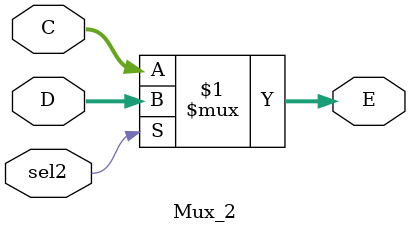
<source format=v>
`timescale 1ns/1ns

module Mux_2(
input sel2,
input [31:0]C,
input [31:0]D,

output[31:0]E

);

	assign E=sel2?D:C;
	
endmodule


</source>
